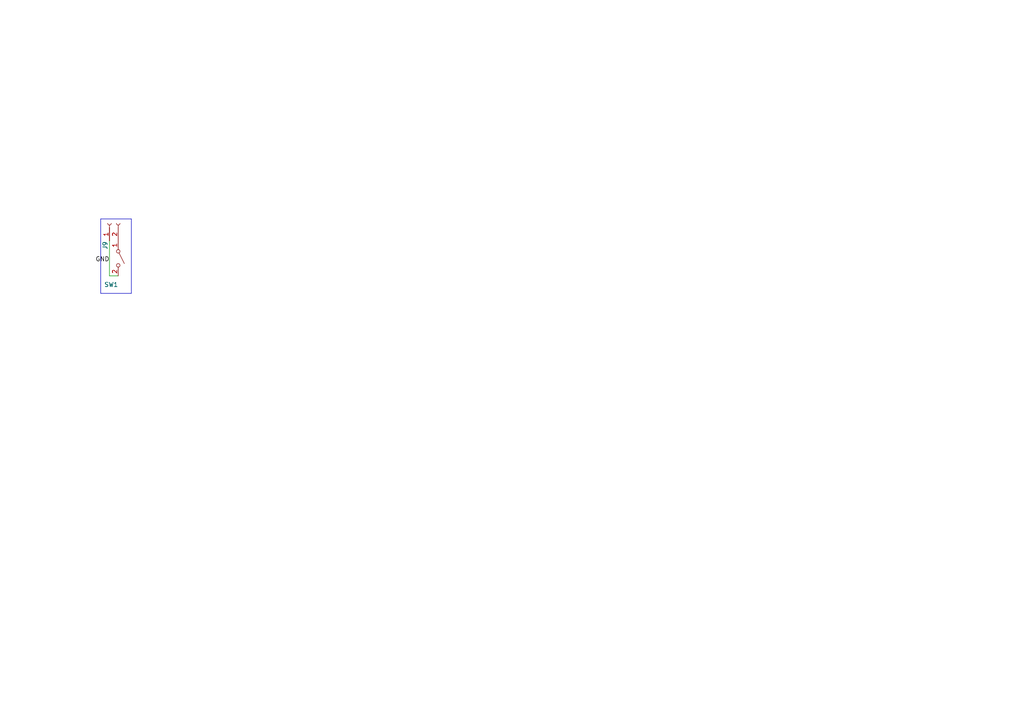
<source format=kicad_sch>
(kicad_sch (version 20230121) (generator eeschema)
  (paper "A4")
  (lib_symbols
    (symbol "Connector:Conn_01x02_Socket" (pin_names (offset 1.016) hide)
      (property "Reference" "J" (at 0 2.54 0))
      (property "Value" "Conn_01x02_Socket" (at 0 -5.08 0))
      (symbol "Conn_01x02_Socket_1_1"
        (arc (start 0 -2.032) (mid -0.5058 -2.54) (end 0 -3.048) (stroke (width 0.1524)))
        (polyline (pts (xy -1.27 -2.54) (xy -0.508 -2.54)) (stroke (width 0.1524)))
        (polyline (pts (xy -1.27 0) (xy -0.508 0)) (stroke (width 0.1524)))
        (arc (start 0 0.508) (mid -0.5058 0) (end 0 -0.508) (stroke (width 0.1524)))
        (pin passive line (at -5.08 0 0) (length 3.81) (name "Pin_1") (number "1"))
        (pin passive line (at -5.08 -2.54 0) (length 3.81) (name "Pin_2") (number "2"))
      )
    )
    (symbol "Switch:SW_SPST" (pin_names (offset 0) hide)
      (property "Reference" "SW" (at 0 3.175 0))
      (property "Value" "SW_SPST" (at 0 -2.54 0))
      (symbol "SW_SPST_0_0"
        (circle (center -2.032 0) (radius 0.508))
        (polyline (pts (xy -1.524 0.254) (xy 1.524 1.778)))
        (circle (center 2.032 0) (radius 0.508))
      )
      (symbol "SW_SPST_1_1"
        (pin passive line (at -5.08 0 0) (length 2.54) (name "A") (number "1"))
        (pin passive line (at 5.08 0 180) (length 2.54) (name "B") (number "2"))
      )
    )
  )
  (wire (pts (xy 34.29 80.01) (xy 31.75 80.01)))
  (wire (pts (xy 31.75 80.01) (xy 31.75 69.85)))
  (polyline (pts (xy 38.1 85.09) (xy 29.21 85.09)))
  (polyline (pts (xy 29.21 63.5) (xy 38.1 63.5)))
  (polyline (pts (xy 38.1 63.5) (xy 38.1 85.09)))
  (polyline (pts (xy 29.21 63.5) (xy 29.21 85.09)))
  (label "GND" (at 31.75 76.2 180))
  (symbol (lib_id "Connector:Conn_01x02_Socket") (at 31.75 64.77 90) (unit 1)
    (property "Reference" "J9" (at 30.48 72.39 0) (effects (justify left)))
    (property "Value" "Conn_01x02_Socket" (effects hide))
    (property "Footprint" "Connector_JST:JST_PH_S2B-PH-K_1x02_P2.00mm_Horizontal" (effects hide))
  )
  (symbol (lib_id "Switch:SW_SPST") (at 34.29 74.93 270) (unit 1)
    (property "Reference" "SW1" (at 34.29 82.55 90) (effects (justify right)))
    (property "Value" "SW_SPST" (effects hide))
    (property "Footprint" "PCM_Switch_Keyboard_Hotswap_Kailh:SW_Hotswap_Kailh_Choc_V1V2_2.00u_90deg" (effects hide))
  )
)
</source>
